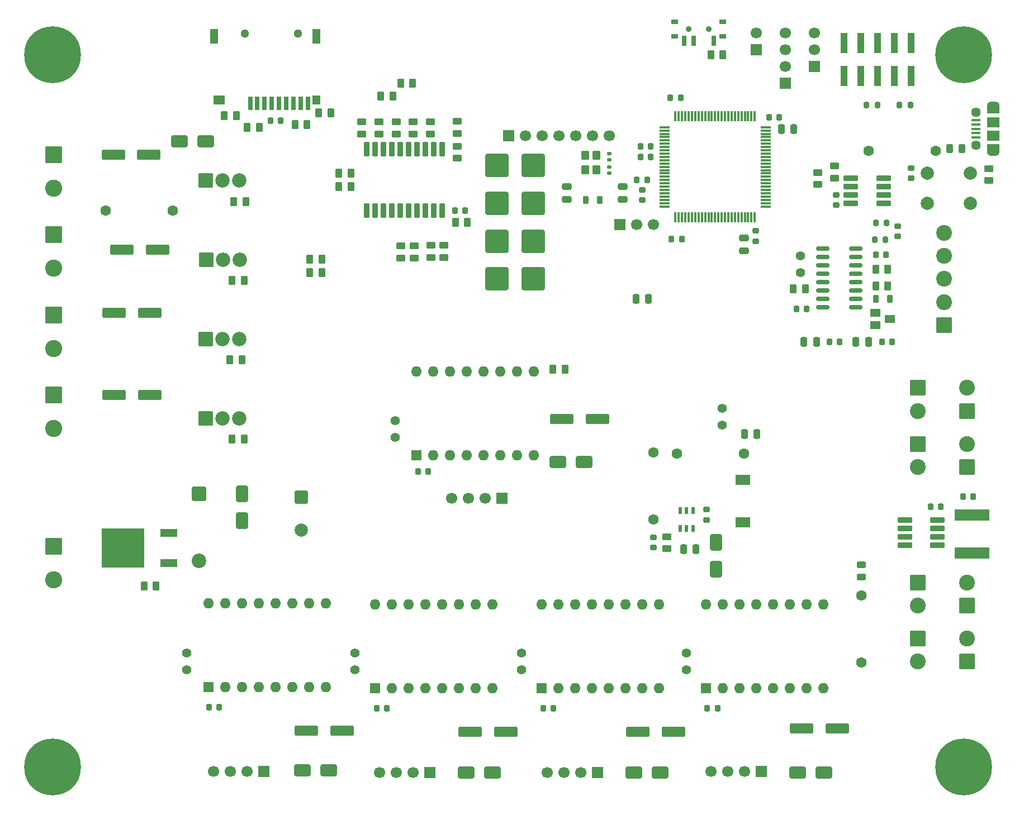
<source format=gbr>
%TF.GenerationSoftware,KiCad,Pcbnew,9.0.2*%
%TF.CreationDate,2025-07-27T13:17:30+02:00*%
%TF.ProjectId,HydrogelBioprinter,48796472-6f67-4656-9c42-696f7072696e,rev?*%
%TF.SameCoordinates,Original*%
%TF.FileFunction,Soldermask,Top*%
%TF.FilePolarity,Negative*%
%FSLAX46Y46*%
G04 Gerber Fmt 4.6, Leading zero omitted, Abs format (unit mm)*
G04 Created by KiCad (PCBNEW 9.0.2) date 2025-07-27 13:17:30*
%MOMM*%
%LPD*%
G01*
G04 APERTURE LIST*
G04 Aperture macros list*
%AMRoundRect*
0 Rectangle with rounded corners*
0 $1 Rounding radius*
0 $2 $3 $4 $5 $6 $7 $8 $9 X,Y pos of 4 corners*
0 Add a 4 corners polygon primitive as box body*
4,1,4,$2,$3,$4,$5,$6,$7,$8,$9,$2,$3,0*
0 Add four circle primitives for the rounded corners*
1,1,$1+$1,$2,$3*
1,1,$1+$1,$4,$5*
1,1,$1+$1,$6,$7*
1,1,$1+$1,$8,$9*
0 Add four rect primitives between the rounded corners*
20,1,$1+$1,$2,$3,$4,$5,0*
20,1,$1+$1,$4,$5,$6,$7,0*
20,1,$1+$1,$6,$7,$8,$9,0*
20,1,$1+$1,$8,$9,$2,$3,0*%
G04 Aperture macros list end*
%ADD10RoundRect,0.225000X0.250000X-0.225000X0.250000X0.225000X-0.250000X0.225000X-0.250000X-0.225000X0*%
%ADD11RoundRect,0.250000X0.262500X0.450000X-0.262500X0.450000X-0.262500X-0.450000X0.262500X-0.450000X0*%
%ADD12RoundRect,0.250000X-0.450000X0.262500X-0.450000X-0.262500X0.450000X-0.262500X0.450000X0.262500X0*%
%ADD13RoundRect,0.225000X-0.250000X0.225000X-0.250000X-0.225000X0.250000X-0.225000X0.250000X0.225000X0*%
%ADD14R,1.600000X1.600000*%
%ADD15O,1.600000X1.600000*%
%ADD16RoundRect,0.250000X1.000000X0.650000X-1.000000X0.650000X-1.000000X-0.650000X1.000000X-0.650000X0*%
%ADD17RoundRect,0.250000X-1.500000X-0.550000X1.500000X-0.550000X1.500000X0.550000X-1.500000X0.550000X0*%
%ADD18RoundRect,0.250000X-0.250000X-0.475000X0.250000X-0.475000X0.250000X0.475000X-0.250000X0.475000X0*%
%ADD19RoundRect,0.250000X1.500000X0.550000X-1.500000X0.550000X-1.500000X-0.550000X1.500000X-0.550000X0*%
%ADD20RoundRect,0.225000X0.225000X0.250000X-0.225000X0.250000X-0.225000X-0.250000X0.225000X-0.250000X0*%
%ADD21RoundRect,0.250001X0.949999X-0.949999X0.949999X0.949999X-0.949999X0.949999X-0.949999X-0.949999X0*%
%ADD22C,2.400000*%
%ADD23R,1.700000X1.700000*%
%ADD24C,1.700000*%
%ADD25C,1.600000*%
%ADD26RoundRect,0.250000X-1.050000X1.050000X-1.050000X-1.050000X1.050000X-1.050000X1.050000X1.050000X0*%
%ADD27C,2.600000*%
%ADD28RoundRect,0.243750X-0.243750X-0.456250X0.243750X-0.456250X0.243750X0.456250X-0.243750X0.456250X0*%
%ADD29RoundRect,0.250000X-0.750000X0.750000X-0.750000X-0.750000X0.750000X-0.750000X0.750000X0.750000X0*%
%ADD30C,2.000000*%
%ADD31RoundRect,0.250000X-0.475000X0.250000X-0.475000X-0.250000X0.475000X-0.250000X0.475000X0.250000X0*%
%ADD32RoundRect,0.102000X-0.990000X-0.990000X0.990000X-0.990000X0.990000X0.990000X-0.990000X0.990000X0*%
%ADD33C,2.184000*%
%ADD34RoundRect,0.099250X0.987750X0.297750X-0.987750X0.297750X-0.987750X-0.297750X0.987750X-0.297750X0*%
%ADD35RoundRect,0.243750X0.456250X-0.243750X0.456250X0.243750X-0.456250X0.243750X-0.456250X-0.243750X0*%
%ADD36RoundRect,0.225000X-0.225000X-0.250000X0.225000X-0.250000X0.225000X0.250000X-0.225000X0.250000X0*%
%ADD37R,2.500000X1.200000*%
%ADD38R,6.500000X6.000000*%
%ADD39RoundRect,0.250000X0.475000X-0.250000X0.475000X0.250000X-0.475000X0.250000X-0.475000X-0.250000X0*%
%ADD40RoundRect,0.250000X-0.262500X-0.450000X0.262500X-0.450000X0.262500X0.450000X-0.262500X0.450000X0*%
%ADD41RoundRect,0.250000X-0.650000X1.000000X-0.650000X-1.000000X0.650000X-1.000000X0.650000X1.000000X0*%
%ADD42C,8.600000*%
%ADD43RoundRect,0.250001X-0.949999X0.949999X-0.949999X-0.949999X0.949999X-0.949999X0.949999X0.949999X0*%
%ADD44RoundRect,0.075000X-0.725000X-0.075000X0.725000X-0.075000X0.725000X0.075000X-0.725000X0.075000X0*%
%ADD45RoundRect,0.075000X-0.075000X-0.725000X0.075000X-0.725000X0.075000X0.725000X-0.075000X0.725000X0*%
%ADD46C,1.400000*%
%ADD47RoundRect,0.200000X-0.200000X-0.275000X0.200000X-0.275000X0.200000X0.275000X-0.200000X0.275000X0*%
%ADD48RoundRect,0.250002X1.499998X1.499998X-1.499998X1.499998X-1.499998X-1.499998X1.499998X-1.499998X0*%
%ADD49RoundRect,0.250000X0.450000X-0.262500X0.450000X0.262500X-0.450000X0.262500X-0.450000X-0.262500X0*%
%ADD50R,0.600000X1.100000*%
%ADD51RoundRect,0.250000X-1.000000X-0.650000X1.000000X-0.650000X1.000000X0.650000X-1.000000X0.650000X0*%
%ADD52R,2.200000X1.500000*%
%ADD53RoundRect,0.140000X0.170000X-0.140000X0.170000X0.140000X-0.170000X0.140000X-0.170000X-0.140000X0*%
%ADD54C,1.300000*%
%ADD55R,0.700000X2.000000*%
%ADD56R,1.200000X1.400000*%
%ADD57R,1.270000X2.290000*%
%ADD58R,1.780000X1.400000*%
%ADD59RoundRect,0.096750X0.990250X0.290250X-0.990250X0.290250X-0.990250X-0.290250X0.990250X-0.290250X0*%
%ADD60RoundRect,0.218750X-0.218750X-0.381250X0.218750X-0.381250X0.218750X0.381250X-0.218750X0.381250X0*%
%ADD61RoundRect,0.200000X0.200000X0.275000X-0.200000X0.275000X-0.200000X-0.275000X0.200000X-0.275000X0*%
%ADD62R,1.000000X0.800000*%
%ADD63C,0.900000*%
%ADD64R,0.700000X1.500000*%
%ADD65RoundRect,0.250000X0.250000X0.475000X-0.250000X0.475000X-0.250000X-0.475000X0.250000X-0.475000X0*%
%ADD66RoundRect,0.076750X0.230250X-0.810250X0.230250X0.810250X-0.230250X0.810250X-0.230250X-0.810250X0*%
%ADD67RoundRect,0.100500X-0.301500X1.031500X-0.301500X-1.031500X0.301500X-1.031500X0.301500X1.031500X0*%
%ADD68RoundRect,0.218750X0.218750X0.381250X-0.218750X0.381250X-0.218750X-0.381250X0.218750X-0.381250X0*%
%ADD69RoundRect,0.249999X-0.850001X0.850001X-0.850001X-0.850001X0.850001X-0.850001X0.850001X0.850001X0*%
%ADD70C,2.200000*%
%ADD71RoundRect,0.250000X-0.350000X0.450000X-0.350000X-0.450000X0.350000X-0.450000X0.350000X0.450000X0*%
%ADD72RoundRect,0.102000X-0.700000X0.500000X-0.700000X-0.500000X0.700000X-0.500000X0.700000X0.500000X0*%
%ADD73R,1.350000X0.400000*%
%ADD74O,1.900000X1.200000*%
%ADD75R,1.900000X1.200000*%
%ADD76C,1.450000*%
%ADD77R,1.900000X1.500000*%
%ADD78R,1.000000X3.150000*%
%ADD79RoundRect,0.150000X0.850000X0.150000X-0.850000X0.150000X-0.850000X-0.150000X0.850000X-0.150000X0*%
G04 APERTURE END LIST*
D10*
%TO.C,C15*%
X163325000Y-60550000D03*
X163325000Y-59000000D03*
%TD*%
D11*
%TO.C,R32*%
X114750000Y-69530000D03*
X112925000Y-69530000D03*
%TD*%
D12*
%TO.C,R8*%
X189900000Y-56347500D03*
X189900000Y-58172500D03*
%TD*%
D11*
%TO.C,R25*%
X103250000Y-60750000D03*
X101425000Y-60750000D03*
%TD*%
D13*
%TO.C,C6*%
X192700000Y-59725000D03*
X192700000Y-61275000D03*
%TD*%
D14*
%TO.C,A3*%
X148030000Y-134500000D03*
D15*
X150570000Y-134500000D03*
X153110000Y-134500000D03*
X155650000Y-134500000D03*
X158190000Y-134500000D03*
X160730000Y-134500000D03*
X163270000Y-134500000D03*
X165810000Y-134500000D03*
X165810000Y-121800000D03*
X163270000Y-121800000D03*
X160730000Y-121800000D03*
X158190000Y-121800000D03*
X155650000Y-121800000D03*
X153110000Y-121800000D03*
X150570000Y-121800000D03*
X148030000Y-121800000D03*
%TD*%
D16*
%TO.C,D6*%
X115810000Y-147000000D03*
X111810000Y-147000000D03*
%TD*%
D17*
%TO.C,C18*%
X83160000Y-53680000D03*
X88560000Y-53680000D03*
%TD*%
D11*
%TO.C,R12*%
X112525000Y-49112500D03*
X110700000Y-49112500D03*
%TD*%
D18*
%TO.C,C38*%
X187765000Y-82000000D03*
X189665000Y-82000000D03*
%TD*%
D14*
%TO.C,A1*%
X97610000Y-134340000D03*
D15*
X100150000Y-134340000D03*
X102690000Y-134340000D03*
X105230000Y-134340000D03*
X107770000Y-134340000D03*
X110310000Y-134340000D03*
X112850000Y-134340000D03*
X115390000Y-134340000D03*
X115390000Y-121640000D03*
X112850000Y-121640000D03*
X110310000Y-121640000D03*
X107770000Y-121640000D03*
X105230000Y-121640000D03*
X102690000Y-121640000D03*
X100150000Y-121640000D03*
X97610000Y-121640000D03*
%TD*%
D12*
%TO.C,R40*%
X131200000Y-48675000D03*
X131200000Y-50500000D03*
%TD*%
D19*
%TO.C,C33*%
X168030000Y-141160000D03*
X162630000Y-141160000D03*
%TD*%
D20*
%TO.C,C8*%
X164575000Y-52400000D03*
X163025000Y-52400000D03*
%TD*%
D21*
%TO.C,J35*%
X212500000Y-122000000D03*
D22*
X212500000Y-118500000D03*
%TD*%
D12*
%TO.C,R27*%
X123400000Y-48675000D03*
X123400000Y-50500000D03*
%TD*%
D17*
%TO.C,C48*%
X83260000Y-77600000D03*
X88660000Y-77600000D03*
%TD*%
D20*
%TO.C,C23*%
X108525000Y-48500000D03*
X106975000Y-48500000D03*
%TD*%
D11*
%TO.C,R24*%
X119162500Y-58500000D03*
X117337500Y-58500000D03*
%TD*%
%TO.C,R23*%
X119162500Y-56500000D03*
X117337500Y-56500000D03*
%TD*%
D23*
%TO.C,J2*%
X143010000Y-50750000D03*
D24*
X145550000Y-50750000D03*
X148090000Y-50750000D03*
X150630000Y-50750000D03*
X153170000Y-50750000D03*
X155710000Y-50750000D03*
X158250000Y-50750000D03*
%TD*%
D25*
%TO.C,R2*%
X178660000Y-98950000D03*
X168500000Y-98950000D03*
%TD*%
D26*
%TO.C,J41*%
X74160000Y-53680000D03*
D27*
X74160000Y-58760000D03*
%TD*%
D28*
%TO.C,D5*%
X209875000Y-52750000D03*
X211750000Y-52750000D03*
%TD*%
D26*
%TO.C,J42*%
X74160000Y-65805000D03*
D27*
X74160000Y-70885000D03*
%TD*%
D29*
%TO.C,C1*%
X111660000Y-105600000D03*
D30*
X111660000Y-110600000D03*
%TD*%
D11*
%TO.C,R45*%
X102985000Y-96750000D03*
X101160000Y-96750000D03*
%TD*%
D31*
%TO.C,C24*%
X178700000Y-66300000D03*
X178700000Y-68200000D03*
%TD*%
D32*
%TO.C,Q3*%
X97160000Y-57600000D03*
D33*
X99700000Y-57600000D03*
X102240000Y-57600000D03*
%TD*%
D21*
%TO.C,J32*%
X209000000Y-79500000D03*
D22*
X209000000Y-76000000D03*
X209000000Y-72500000D03*
X209000000Y-69000000D03*
X209000000Y-65500000D03*
%TD*%
D34*
%TO.C,U5*%
X208000000Y-112810000D03*
X208000000Y-111540000D03*
X208000000Y-110270000D03*
X208000000Y-109000000D03*
X203050000Y-109000000D03*
X203050000Y-110270000D03*
X203050000Y-111540000D03*
X203050000Y-112810000D03*
%TD*%
D25*
%TO.C,R28*%
X92160000Y-62100000D03*
X82000000Y-62100000D03*
%TD*%
D13*
%TO.C,C20*%
X204000000Y-55700000D03*
X204000000Y-57250000D03*
%TD*%
D14*
%TO.C,A4*%
X172920000Y-134490000D03*
D15*
X175460000Y-134490000D03*
X178000000Y-134490000D03*
X180540000Y-134490000D03*
X183080000Y-134490000D03*
X185620000Y-134490000D03*
X188160000Y-134490000D03*
X190700000Y-134490000D03*
X190700000Y-121790000D03*
X188160000Y-121790000D03*
X185620000Y-121790000D03*
X183080000Y-121790000D03*
X180540000Y-121790000D03*
X178000000Y-121790000D03*
X175460000Y-121790000D03*
X172920000Y-121790000D03*
%TD*%
D35*
%TO.C,D4*%
X196500000Y-117687500D03*
X196500000Y-115812500D03*
%TD*%
D36*
%TO.C,C28*%
X148260000Y-137550000D03*
X149810000Y-137550000D03*
%TD*%
%TO.C,C39*%
X186615000Y-77000000D03*
X188165000Y-77000000D03*
%TD*%
D37*
%TO.C,Q1*%
X91600000Y-115552500D03*
D38*
X84660000Y-113262500D03*
D37*
X91600000Y-110972500D03*
%TD*%
D23*
%TO.C,J3*%
X159920000Y-64250000D03*
D24*
X162460000Y-64250000D03*
X165000000Y-64250000D03*
%TD*%
D12*
%TO.C,R34*%
X126750000Y-67500000D03*
X126750000Y-69325000D03*
%TD*%
D13*
%TO.C,C5*%
X165000000Y-111675000D03*
X165000000Y-113225000D03*
%TD*%
D10*
%TO.C,C42*%
X202000000Y-66050000D03*
X202000000Y-64500000D03*
%TD*%
D32*
%TO.C,Q4*%
X97240000Y-69600000D03*
D33*
X99780000Y-69600000D03*
X102320000Y-69600000D03*
%TD*%
D18*
%TO.C,C2*%
X178750000Y-96000000D03*
X180650000Y-96000000D03*
%TD*%
D39*
%TO.C,C16*%
X160325000Y-60400000D03*
X160325000Y-58500000D03*
%TD*%
D40*
%TO.C,R36*%
X134987500Y-63900000D03*
X136812500Y-63900000D03*
%TD*%
D32*
%TO.C,Q6*%
X97200000Y-93600000D03*
D33*
X99740000Y-93600000D03*
X102280000Y-93600000D03*
%TD*%
D41*
%TO.C,D3*%
X174500000Y-112450000D03*
X174500000Y-116450000D03*
%TD*%
D12*
%TO.C,R43*%
X133250000Y-67425000D03*
X133250000Y-69250000D03*
%TD*%
D23*
%TO.C,J21*%
X142050000Y-105700000D03*
D24*
X139510000Y-105700000D03*
X136970000Y-105700000D03*
X134430000Y-105700000D03*
%TD*%
D42*
%TO.C,H2*%
X212000000Y-38500000D03*
%TD*%
D43*
%TO.C,J40*%
X205000000Y-89000000D03*
D22*
X205000000Y-92500000D03*
%TD*%
D11*
%TO.C,R38*%
X102662500Y-84750000D03*
X100837500Y-84750000D03*
%TD*%
D12*
%TO.C,R35*%
X128720000Y-67500000D03*
X128720000Y-69325000D03*
%TD*%
D44*
%TO.C,U3*%
X166650000Y-49500000D03*
X166650000Y-50000000D03*
X166650000Y-50500000D03*
X166650000Y-51000000D03*
X166650000Y-51500000D03*
X166650000Y-52000000D03*
X166650000Y-52500000D03*
X166650000Y-53000000D03*
X166650000Y-53500000D03*
X166650000Y-54000000D03*
X166650000Y-54500000D03*
X166650000Y-55000000D03*
X166650000Y-55500000D03*
X166650000Y-56000000D03*
X166650000Y-56500000D03*
X166650000Y-57000000D03*
X166650000Y-57500000D03*
X166650000Y-58000000D03*
X166650000Y-58500000D03*
X166650000Y-59000000D03*
X166650000Y-59500000D03*
X166650000Y-60000000D03*
X166650000Y-60500000D03*
X166650000Y-61000000D03*
X166650000Y-61500000D03*
D45*
X168325000Y-63175000D03*
X168825000Y-63175000D03*
X169325000Y-63175000D03*
X169825000Y-63175000D03*
X170325000Y-63175000D03*
X170825000Y-63175000D03*
X171325000Y-63175000D03*
X171825000Y-63175000D03*
X172325000Y-63175000D03*
X172825000Y-63175000D03*
X173325000Y-63175000D03*
X173825000Y-63175000D03*
X174325000Y-63175000D03*
X174825000Y-63175000D03*
X175325000Y-63175000D03*
X175825000Y-63175000D03*
X176325000Y-63175000D03*
X176825000Y-63175000D03*
X177325000Y-63175000D03*
X177825000Y-63175000D03*
X178325000Y-63175000D03*
X178825000Y-63175000D03*
X179325000Y-63175000D03*
X179825000Y-63175000D03*
X180325000Y-63175000D03*
D44*
X182000000Y-61500000D03*
X182000000Y-61000000D03*
X182000000Y-60500000D03*
X182000000Y-60000000D03*
X182000000Y-59500000D03*
X182000000Y-59000000D03*
X182000000Y-58500000D03*
X182000000Y-58000000D03*
X182000000Y-57500000D03*
X182000000Y-57000000D03*
X182000000Y-56500000D03*
X182000000Y-56000000D03*
X182000000Y-55500000D03*
X182000000Y-55000000D03*
X182000000Y-54500000D03*
X182000000Y-54000000D03*
X182000000Y-53500000D03*
X182000000Y-53000000D03*
X182000000Y-52500000D03*
X182000000Y-52000000D03*
X182000000Y-51500000D03*
X182000000Y-51000000D03*
X182000000Y-50500000D03*
X182000000Y-50000000D03*
X182000000Y-49500000D03*
D45*
X180325000Y-47825000D03*
X179825000Y-47825000D03*
X179325000Y-47825000D03*
X178825000Y-47825000D03*
X178325000Y-47825000D03*
X177825000Y-47825000D03*
X177325000Y-47825000D03*
X176825000Y-47825000D03*
X176325000Y-47825000D03*
X175825000Y-47825000D03*
X175325000Y-47825000D03*
X174825000Y-47825000D03*
X174325000Y-47825000D03*
X173825000Y-47825000D03*
X173325000Y-47825000D03*
X172825000Y-47825000D03*
X172325000Y-47825000D03*
X171825000Y-47825000D03*
X171325000Y-47825000D03*
X170825000Y-47825000D03*
X170325000Y-47825000D03*
X169825000Y-47825000D03*
X169325000Y-47825000D03*
X168825000Y-47825000D03*
X168325000Y-47825000D03*
%TD*%
D21*
%TO.C,J38*%
X212500000Y-101000000D03*
D22*
X212500000Y-97500000D03*
%TD*%
D10*
%TO.C,C3*%
X173000000Y-109000000D03*
X173000000Y-107450000D03*
%TD*%
D11*
%TO.C,R17*%
X151590000Y-86200000D03*
X149765000Y-86200000D03*
%TD*%
D46*
%TO.C,JP1*%
X94250000Y-131750000D03*
X94250000Y-129210000D03*
%TD*%
D12*
%TO.C,R29*%
X126000000Y-48675000D03*
X126000000Y-50500000D03*
%TD*%
D46*
%TO.C,JP2*%
X119750000Y-131750000D03*
X119750000Y-129210000D03*
%TD*%
D47*
%TO.C,R21*%
X198665000Y-64000000D03*
X200315000Y-64000000D03*
%TD*%
D23*
%TO.C,J19*%
X156530000Y-147300000D03*
D24*
X153990000Y-147300000D03*
X151450000Y-147300000D03*
X148910000Y-147300000D03*
%TD*%
D48*
%TO.C,J9*%
X146750000Y-61000000D03*
%TD*%
D36*
%TO.C,C13*%
X182500000Y-48000000D03*
X184050000Y-48000000D03*
%TD*%
D18*
%TO.C,C25*%
X184350000Y-49750000D03*
X186250000Y-49750000D03*
%TD*%
D49*
%TO.C,R6*%
X215750000Y-57575000D03*
X215750000Y-55750000D03*
%TD*%
D14*
%TO.C,A5*%
X129120000Y-99200000D03*
D15*
X131660000Y-99200000D03*
X134200000Y-99200000D03*
X136740000Y-99200000D03*
X139280000Y-99200000D03*
X141820000Y-99200000D03*
X144360000Y-99200000D03*
X146900000Y-99200000D03*
X146900000Y-86500000D03*
X144360000Y-86500000D03*
X141820000Y-86500000D03*
X139280000Y-86500000D03*
X136740000Y-86500000D03*
X134200000Y-86500000D03*
X131660000Y-86500000D03*
X129120000Y-86500000D03*
%TD*%
D50*
%TO.C,U1*%
X170950000Y-107600000D03*
X170000000Y-107600000D03*
X169050000Y-107600000D03*
X169050000Y-110300000D03*
X170000000Y-110300000D03*
X170950000Y-110300000D03*
%TD*%
D47*
%TO.C,R22*%
X198500000Y-66500000D03*
X200150000Y-66500000D03*
%TD*%
D39*
%TO.C,C17*%
X151825000Y-60400000D03*
X151825000Y-58500000D03*
%TD*%
D51*
%TO.C,D10*%
X150510000Y-100200000D03*
X154510000Y-100200000D03*
%TD*%
D12*
%TO.C,R42*%
X131250000Y-67425000D03*
X131250000Y-69250000D03*
%TD*%
D19*
%TO.C,C34*%
X192810000Y-140650000D03*
X187410000Y-140650000D03*
%TD*%
D46*
%TO.C,JP4*%
X170000000Y-131750000D03*
X170000000Y-129210000D03*
%TD*%
D20*
%TO.C,C36*%
X193165000Y-82000000D03*
X191615000Y-82000000D03*
%TD*%
D16*
%TO.C,D8*%
X166030000Y-147300000D03*
X162030000Y-147300000D03*
%TD*%
D17*
%TO.C,C49*%
X83260000Y-90100000D03*
X88660000Y-90100000D03*
%TD*%
D23*
%TO.C,J6*%
X189400000Y-40250000D03*
D24*
X189400000Y-37710000D03*
X189400000Y-35170000D03*
%TD*%
D41*
%TO.C,D2*%
X102660000Y-105100000D03*
X102660000Y-109100000D03*
%TD*%
D49*
%TO.C,R37*%
X135300000Y-54212500D03*
X135300000Y-52387500D03*
%TD*%
D23*
%TO.C,J20*%
X181310000Y-147150000D03*
D24*
X178770000Y-147150000D03*
X176230000Y-147150000D03*
X173690000Y-147150000D03*
%TD*%
D26*
%TO.C,J1*%
X74160000Y-113000000D03*
D27*
X74160000Y-118080000D03*
%TD*%
D43*
%TO.C,J36*%
X205000000Y-118500000D03*
D22*
X205000000Y-122000000D03*
%TD*%
D52*
%TO.C,L1*%
X178500000Y-109350000D03*
X178500000Y-102950000D03*
%TD*%
D51*
%TO.C,D11*%
X93160000Y-51600000D03*
X97160000Y-51600000D03*
%TD*%
D36*
%TO.C,C14*%
X167550000Y-45000000D03*
X169100000Y-45000000D03*
%TD*%
D53*
%TO.C,C22*%
X158325000Y-56500000D03*
X158325000Y-55540000D03*
%TD*%
D54*
%TO.C,Card1*%
X111100000Y-35290000D03*
X103100000Y-35300000D03*
D55*
X103900000Y-45890000D03*
X104990000Y-45890000D03*
X106090000Y-45890000D03*
X107190000Y-45890000D03*
X108290000Y-45890000D03*
X109380000Y-45890000D03*
X110480000Y-45890000D03*
X111580000Y-45890000D03*
X112680000Y-45900000D03*
D56*
X113960000Y-45360000D03*
D57*
X113930000Y-35700000D03*
X98440000Y-35710000D03*
D58*
X99200000Y-45360000D03*
%TD*%
D59*
%TO.C,U2*%
X199850000Y-61010000D03*
X199850000Y-59740000D03*
X199850000Y-58470000D03*
X199850000Y-57200000D03*
X194900000Y-57200000D03*
X194900000Y-58470000D03*
X194900000Y-59740000D03*
X194900000Y-61010000D03*
%TD*%
D48*
%TO.C,J8*%
X141250000Y-55250000D03*
%TD*%
D60*
%TO.C,L2*%
X198665000Y-75540000D03*
X200790000Y-75540000D03*
%TD*%
D36*
%TO.C,C40*%
X198665000Y-68825000D03*
X200215000Y-68825000D03*
%TD*%
D32*
%TO.C,Q5*%
X97200000Y-81600000D03*
D33*
X99740000Y-81600000D03*
X102280000Y-81600000D03*
%TD*%
D14*
%TO.C,A2*%
X122830000Y-134500000D03*
D15*
X125370000Y-134500000D03*
X127910000Y-134500000D03*
X130450000Y-134500000D03*
X132990000Y-134500000D03*
X135530000Y-134500000D03*
X138070000Y-134500000D03*
X140610000Y-134500000D03*
X140610000Y-121800000D03*
X138070000Y-121800000D03*
X135530000Y-121800000D03*
X132990000Y-121800000D03*
X130450000Y-121800000D03*
X127910000Y-121800000D03*
X125370000Y-121800000D03*
X122830000Y-121800000D03*
%TD*%
D48*
%TO.C,J11*%
X146750000Y-66750000D03*
%TD*%
D61*
%TO.C,R15*%
X198925000Y-46100000D03*
X197275000Y-46100000D03*
%TD*%
D36*
%TO.C,C44*%
X199615000Y-82000000D03*
X201165000Y-82000000D03*
%TD*%
D17*
%TO.C,C35*%
X151110000Y-93700000D03*
X156510000Y-93700000D03*
%TD*%
D62*
%TO.C,SW1*%
X175500000Y-35710000D03*
X175500000Y-33500000D03*
D63*
X173350000Y-34600000D03*
X170350000Y-34600000D03*
D62*
X168200000Y-35710000D03*
X168200000Y-33500000D03*
D64*
X174100000Y-36360000D03*
X171100000Y-36360000D03*
X169600000Y-36360000D03*
%TD*%
D19*
%TO.C,C19*%
X89900000Y-68100000D03*
X84500000Y-68100000D03*
%TD*%
D43*
%TO.C,J37*%
X205000000Y-97500000D03*
D22*
X205000000Y-101000000D03*
%TD*%
D25*
%TO.C,R3*%
X165000000Y-98790000D03*
X165000000Y-108950000D03*
%TD*%
D19*
%TO.C,C31*%
X117810000Y-141000000D03*
X112410000Y-141000000D03*
%TD*%
D40*
%TO.C,R10*%
X103425000Y-49500000D03*
X105250000Y-49500000D03*
%TD*%
D65*
%TO.C,C41*%
X197565000Y-82000000D03*
X195665000Y-82000000D03*
%TD*%
D66*
%TO.C,U6*%
X210950000Y-114000000D03*
X211600000Y-114000000D03*
X212250000Y-114000000D03*
X212900000Y-114000000D03*
X213550000Y-114000000D03*
X214200000Y-114000000D03*
X214850000Y-114000000D03*
X215500000Y-114000000D03*
X215500000Y-108260000D03*
X214850000Y-108260000D03*
X214200000Y-108260000D03*
X213550000Y-108260000D03*
X212900000Y-108260000D03*
X212250000Y-108260000D03*
X211600000Y-108260000D03*
X210950000Y-108260000D03*
%TD*%
D42*
%TO.C,H1*%
X74000000Y-38500000D03*
%TD*%
D20*
%TO.C,C11*%
X169270000Y-66440000D03*
X167720000Y-66440000D03*
%TD*%
D40*
%TO.C,R18*%
X186165000Y-74000000D03*
X187990000Y-74000000D03*
%TD*%
D16*
%TO.C,D7*%
X140610000Y-147300000D03*
X136610000Y-147300000D03*
%TD*%
D30*
%TO.C,SW2*%
X213000000Y-61000000D03*
X206500000Y-61000000D03*
X213000000Y-56500000D03*
X206500000Y-56500000D03*
%TD*%
D43*
%TO.C,J33*%
X205000000Y-127000000D03*
D22*
X205000000Y-130500000D03*
%TD*%
D36*
%TO.C,C43*%
X211850000Y-105500000D03*
X213400000Y-105500000D03*
%TD*%
D67*
%TO.C,U7*%
X133015000Y-52860000D03*
X131745000Y-52860000D03*
X130475000Y-52860000D03*
X129205000Y-52860000D03*
X127935000Y-52860000D03*
X126665000Y-52860000D03*
X125395000Y-52860000D03*
X124125000Y-52860000D03*
X122855000Y-52860000D03*
X121585000Y-52860000D03*
X121585000Y-62140000D03*
X122855000Y-62140000D03*
X124125000Y-62140000D03*
X125395000Y-62140000D03*
X126665000Y-62140000D03*
X127935000Y-62140000D03*
X129205000Y-62140000D03*
X130475000Y-62140000D03*
X131745000Y-62140000D03*
X133015000Y-62140000D03*
%TD*%
D48*
%TO.C,J12*%
X141250000Y-66750000D03*
%TD*%
D21*
%TO.C,J39*%
X212500000Y-92500000D03*
D22*
X212500000Y-89000000D03*
%TD*%
D13*
%TO.C,C12*%
X180500000Y-65200000D03*
X180500000Y-66750000D03*
%TD*%
D68*
%TO.C,FB1*%
X156825000Y-60500000D03*
X154700000Y-60500000D03*
%TD*%
D25*
%TO.C,R16*%
X197540000Y-53100000D03*
X207700000Y-53100000D03*
%TD*%
D61*
%TO.C,R14*%
X203925000Y-46100000D03*
X202275000Y-46100000D03*
%TD*%
D40*
%TO.C,R9*%
X173675000Y-38500000D03*
X175500000Y-38500000D03*
%TD*%
D26*
%TO.C,J43*%
X74160000Y-77930000D03*
D27*
X74160000Y-83010000D03*
%TD*%
D20*
%TO.C,C10*%
X164025000Y-57500000D03*
X162475000Y-57500000D03*
%TD*%
D69*
%TO.C,D1*%
X96160000Y-105100000D03*
D70*
X96160000Y-115260000D03*
%TD*%
D48*
%TO.C,J10*%
X141250000Y-61000000D03*
%TD*%
D40*
%TO.C,R20*%
X198665000Y-71040000D03*
X200490000Y-71040000D03*
%TD*%
D19*
%TO.C,C32*%
X142610000Y-141160000D03*
X137210000Y-141160000D03*
%TD*%
D36*
%TO.C,C29*%
X173150000Y-137540000D03*
X174700000Y-137540000D03*
%TD*%
D20*
%TO.C,C9*%
X164575000Y-54000000D03*
X163025000Y-54000000D03*
%TD*%
D12*
%TO.C,R26*%
X120800000Y-48675000D03*
X120800000Y-50500000D03*
%TD*%
D23*
%TO.C,J4*%
X185000000Y-42820000D03*
D24*
X185000000Y-40280000D03*
X185000000Y-37740000D03*
X185000000Y-35200000D03*
%TD*%
D53*
%TO.C,C21*%
X158325000Y-54460000D03*
X158325000Y-53500000D03*
%TD*%
D48*
%TO.C,J14*%
X141250000Y-72500000D03*
%TD*%
D36*
%TO.C,C37*%
X206950000Y-107000000D03*
X208500000Y-107000000D03*
%TD*%
D46*
%TO.C,JP6*%
X187250000Y-71500000D03*
X187250000Y-68960000D03*
%TD*%
D23*
%TO.C,J5*%
X180600000Y-37740000D03*
D24*
X180600000Y-35200000D03*
%TD*%
D26*
%TO.C,J44*%
X74160000Y-90055000D03*
D27*
X74160000Y-95135000D03*
%TD*%
D11*
%TO.C,R30*%
X114750000Y-71500000D03*
X112925000Y-71500000D03*
%TD*%
D42*
%TO.C,H3*%
X212000000Y-146500000D03*
%TD*%
D40*
%TO.C,R11*%
X99987500Y-47712500D03*
X101812500Y-47712500D03*
%TD*%
D36*
%TO.C,C26*%
X97650000Y-137390000D03*
X99200000Y-137390000D03*
%TD*%
D49*
%TO.C,R39*%
X135250000Y-50412500D03*
X135250000Y-48587500D03*
%TD*%
D71*
%TO.C,Y1*%
X154625000Y-53750000D03*
X154625000Y-55950000D03*
X156325000Y-55950000D03*
X156325000Y-53750000D03*
%TD*%
D46*
%TO.C,JP5*%
X125900000Y-96540000D03*
X125900000Y-94000000D03*
%TD*%
D23*
%TO.C,J18*%
X131140000Y-147300000D03*
D24*
X128600000Y-147300000D03*
X126060000Y-147300000D03*
X123520000Y-147300000D03*
%TD*%
D11*
%TO.C,R13*%
X116100000Y-47312500D03*
X114275000Y-47312500D03*
%TD*%
D72*
%TO.C,Q2*%
X198565000Y-77590000D03*
X200765000Y-78540000D03*
X198565000Y-79490000D03*
%TD*%
D73*
%TO.C,J15*%
X213800000Y-51050000D03*
X213800000Y-50400000D03*
X213800000Y-49750000D03*
X213800000Y-49100000D03*
X213800000Y-48450000D03*
D74*
X216500000Y-53250000D03*
D75*
X216500000Y-52650000D03*
D76*
X213800000Y-52250000D03*
D77*
X216500000Y-50750000D03*
X216500000Y-48750000D03*
D76*
X213800000Y-47250000D03*
D75*
X216500000Y-46850000D03*
D74*
X216500000Y-46250000D03*
%TD*%
D46*
%TO.C,JP3*%
X145000000Y-131750000D03*
X145000000Y-129210000D03*
%TD*%
D49*
%TO.C,R4*%
X167000000Y-113362500D03*
X167000000Y-111537500D03*
%TD*%
D48*
%TO.C,J13*%
X146750000Y-72500000D03*
%TD*%
D21*
%TO.C,J34*%
X212500000Y-130500000D03*
D22*
X212500000Y-127000000D03*
%TD*%
D40*
%TO.C,R31*%
X123687500Y-44800000D03*
X125512500Y-44800000D03*
%TD*%
D65*
%TO.C,C4*%
X171450000Y-113450000D03*
X169550000Y-113450000D03*
%TD*%
D48*
%TO.C,J7*%
X146750000Y-55250000D03*
%TD*%
D23*
%TO.C,J17*%
X105960000Y-147140000D03*
D24*
X103420000Y-147140000D03*
X100880000Y-147140000D03*
X98340000Y-147140000D03*
%TD*%
D36*
%TO.C,C47*%
X134900000Y-62100000D03*
X136450000Y-62100000D03*
%TD*%
D12*
%TO.C,R41*%
X128600000Y-48675000D03*
X128600000Y-50500000D03*
%TD*%
D49*
%TO.C,R7*%
X192400000Y-57215000D03*
X192400000Y-55390000D03*
%TD*%
D42*
%TO.C,H4*%
X74000000Y-146500000D03*
%TD*%
D36*
%TO.C,C27*%
X123060000Y-137550000D03*
X124610000Y-137550000D03*
%TD*%
D65*
%TO.C,C7*%
X164250000Y-75500000D03*
X162350000Y-75500000D03*
%TD*%
D16*
%TO.C,D9*%
X190810000Y-147300000D03*
X186810000Y-147300000D03*
%TD*%
D46*
%TO.C,JP7*%
X175400000Y-92100000D03*
X175400000Y-94640000D03*
%TD*%
D11*
%TO.C,R33*%
X102985000Y-72750000D03*
X101160000Y-72750000D03*
%TD*%
D78*
%TO.C,J16*%
X204000000Y-36700000D03*
X204000000Y-41750000D03*
X201460000Y-36700000D03*
X201460000Y-41750000D03*
X198920000Y-36700000D03*
X198920000Y-41750000D03*
X196380000Y-36700000D03*
X196380000Y-41750000D03*
X193840000Y-36700000D03*
X193840000Y-41750000D03*
%TD*%
D79*
%TO.C,U4*%
X195665000Y-76810000D03*
X195665000Y-75540000D03*
X195665000Y-74270000D03*
X195665000Y-73000000D03*
X195665000Y-71730000D03*
X195665000Y-70460000D03*
X195665000Y-69190000D03*
X195665000Y-67920000D03*
X190665000Y-67920000D03*
X190665000Y-69190000D03*
X190665000Y-70460000D03*
X190665000Y-71730000D03*
X190665000Y-73000000D03*
X190665000Y-74270000D03*
X190665000Y-75540000D03*
X190665000Y-76810000D03*
%TD*%
D11*
%TO.C,R1*%
X89660000Y-119000000D03*
X87835000Y-119000000D03*
%TD*%
D36*
%TO.C,C30*%
X129350000Y-101700000D03*
X130900000Y-101700000D03*
%TD*%
D11*
%TO.C,R44*%
X128512500Y-42800000D03*
X126687500Y-42800000D03*
%TD*%
D25*
%TO.C,R5*%
X196500000Y-130660000D03*
X196500000Y-120500000D03*
%TD*%
D40*
%TO.C,R19*%
X198665000Y-73540000D03*
X200490000Y-73540000D03*
%TD*%
M02*

</source>
